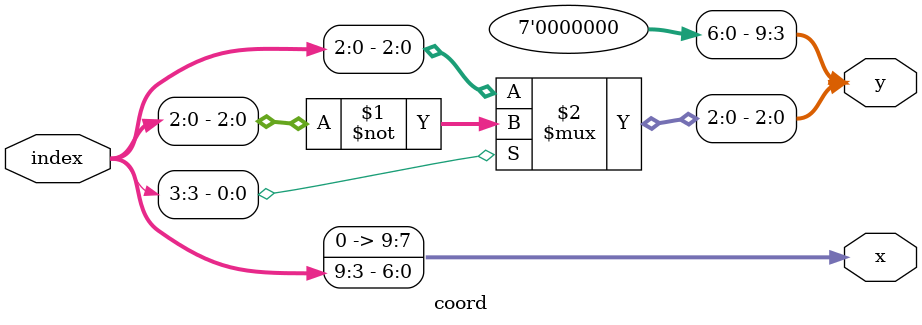
<source format=v>
module coord (
  input  [9:0] index,
  output [9:0] x,
  output [9:0] y);
  
  assign x = {3'h0, index[9:3]};
  assign y = {7'h00, (index[3] ? ~index[2:0] : index[2:0])};
endmodule // coord
</source>
